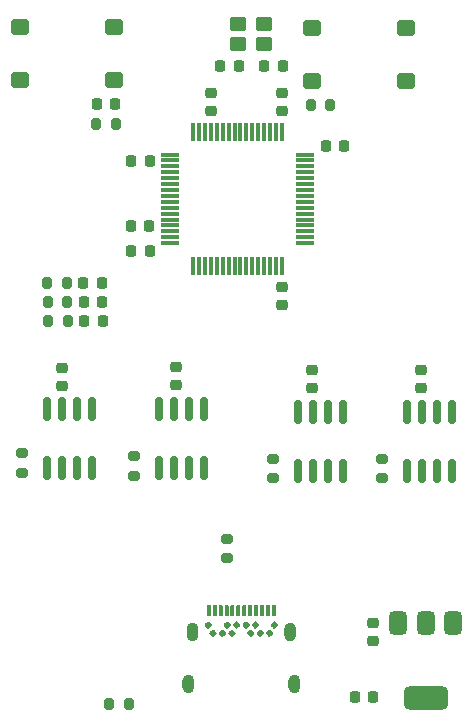
<source format=gbr>
%TF.GenerationSoftware,KiCad,Pcbnew,9.0.4*%
%TF.CreationDate,2025-09-10T15:59:19+03:00*%
%TF.ProjectId,Asius1,41736975-7331-42e6-9b69-6361645f7063,rev?*%
%TF.SameCoordinates,Original*%
%TF.FileFunction,Paste,Top*%
%TF.FilePolarity,Positive*%
%FSLAX46Y46*%
G04 Gerber Fmt 4.6, Leading zero omitted, Abs format (unit mm)*
G04 Created by KiCad (PCBNEW 9.0.4) date 2025-09-10 15:59:19*
%MOMM*%
%LPD*%
G01*
G04 APERTURE LIST*
G04 Aperture macros list*
%AMRoundRect*
0 Rectangle with rounded corners*
0 $1 Rounding radius*
0 $2 $3 $4 $5 $6 $7 $8 $9 X,Y pos of 4 corners*
0 Add a 4 corners polygon primitive as box body*
4,1,4,$2,$3,$4,$5,$6,$7,$8,$9,$2,$3,0*
0 Add four circle primitives for the rounded corners*
1,1,$1+$1,$2,$3*
1,1,$1+$1,$4,$5*
1,1,$1+$1,$6,$7*
1,1,$1+$1,$8,$9*
0 Add four rect primitives between the rounded corners*
20,1,$1+$1,$2,$3,$4,$5,0*
20,1,$1+$1,$4,$5,$6,$7,0*
20,1,$1+$1,$6,$7,$8,$9,0*
20,1,$1+$1,$8,$9,$2,$3,0*%
G04 Aperture macros list end*
%ADD10C,0.300000*%
%ADD11C,0.000000*%
%ADD12R,0.300000X0.900000*%
%ADD13RoundRect,0.200000X-0.200000X-0.275000X0.200000X-0.275000X0.200000X0.275000X-0.200000X0.275000X0*%
%ADD14RoundRect,0.250000X-0.450000X-0.350000X0.450000X-0.350000X0.450000X0.350000X-0.450000X0.350000X0*%
%ADD15RoundRect,0.250000X-0.525000X-0.400000X0.525000X-0.400000X0.525000X0.400000X-0.525000X0.400000X0*%
%ADD16RoundRect,0.200000X0.200000X0.275000X-0.200000X0.275000X-0.200000X-0.275000X0.200000X-0.275000X0*%
%ADD17RoundRect,0.225000X0.250000X-0.225000X0.250000X0.225000X-0.250000X0.225000X-0.250000X-0.225000X0*%
%ADD18RoundRect,0.225000X-0.225000X-0.250000X0.225000X-0.250000X0.225000X0.250000X-0.225000X0.250000X0*%
%ADD19RoundRect,0.225000X0.225000X0.250000X-0.225000X0.250000X-0.225000X-0.250000X0.225000X-0.250000X0*%
%ADD20RoundRect,0.218750X0.218750X0.256250X-0.218750X0.256250X-0.218750X-0.256250X0.218750X-0.256250X0*%
%ADD21RoundRect,0.200000X-0.275000X0.200000X-0.275000X-0.200000X0.275000X-0.200000X0.275000X0.200000X0*%
%ADD22RoundRect,0.200000X0.275000X-0.200000X0.275000X0.200000X-0.275000X0.200000X-0.275000X-0.200000X0*%
%ADD23RoundRect,0.150000X-0.150000X0.825000X-0.150000X-0.825000X0.150000X-0.825000X0.150000X0.825000X0*%
%ADD24RoundRect,0.375000X-0.375000X0.625000X-0.375000X-0.625000X0.375000X-0.625000X0.375000X0.625000X0*%
%ADD25RoundRect,0.500000X-1.400000X0.500000X-1.400000X-0.500000X1.400000X-0.500000X1.400000X0.500000X0*%
%ADD26RoundRect,0.225000X-0.250000X0.225000X-0.250000X-0.225000X0.250000X-0.225000X0.250000X0.225000X0*%
%ADD27RoundRect,0.075000X-0.075000X0.700000X-0.075000X-0.700000X0.075000X-0.700000X0.075000X0.700000X0*%
%ADD28RoundRect,0.075000X-0.700000X0.075000X-0.700000X-0.075000X0.700000X-0.075000X0.700000X0.075000X0*%
G04 APERTURE END LIST*
D10*
%TO.C,USBC1*%
X84400500Y-122809500D02*
G75*
G02*
X84099500Y-122809500I-150500J0D01*
G01*
X84099500Y-122809500D02*
G75*
G02*
X84400500Y-122809500I150500J0D01*
G01*
X84800000Y-123509500D02*
G75*
G02*
X84500000Y-123509500I-150000J0D01*
G01*
X84500000Y-123509500D02*
G75*
G02*
X84800000Y-123509500I150000J0D01*
G01*
X85600000Y-123509500D02*
G75*
G02*
X85300000Y-123509500I-150000J0D01*
G01*
X85300000Y-123509500D02*
G75*
G02*
X85600000Y-123509500I150000J0D01*
G01*
X86000000Y-122809500D02*
G75*
G02*
X85700000Y-122809500I-150000J0D01*
G01*
X85700000Y-122809500D02*
G75*
G02*
X86000000Y-122809500I150000J0D01*
G01*
X86400500Y-123509500D02*
G75*
G02*
X86099500Y-123509500I-150500J0D01*
G01*
X86099500Y-123509500D02*
G75*
G02*
X86400500Y-123509500I150500J0D01*
G01*
X86800000Y-122809500D02*
G75*
G02*
X86500000Y-122809500I-150000J0D01*
G01*
X86500000Y-122809500D02*
G75*
G02*
X86800000Y-122809500I150000J0D01*
G01*
X87600000Y-122809500D02*
G75*
G02*
X87300000Y-122809500I-150000J0D01*
G01*
X87300000Y-122809500D02*
G75*
G02*
X87600000Y-122809500I150000J0D01*
G01*
X88000000Y-123509500D02*
G75*
G02*
X87700000Y-123509500I-150000J0D01*
G01*
X87700000Y-123509500D02*
G75*
G02*
X88000000Y-123509500I150000J0D01*
G01*
X88400500Y-122809500D02*
G75*
G02*
X88099500Y-122809500I-150500J0D01*
G01*
X88099500Y-122809500D02*
G75*
G02*
X88400500Y-122809500I150500J0D01*
G01*
X88800000Y-123509500D02*
G75*
G02*
X88500000Y-123509500I-150000J0D01*
G01*
X88500000Y-123509500D02*
G75*
G02*
X88800000Y-123509500I150000J0D01*
G01*
X89600000Y-123509500D02*
G75*
G02*
X89300000Y-123509500I-150000J0D01*
G01*
X89300000Y-123509500D02*
G75*
G02*
X89600000Y-123509500I150000J0D01*
G01*
X90000000Y-122809500D02*
G75*
G02*
X89700000Y-122809500I-150000J0D01*
G01*
X89700000Y-122809500D02*
G75*
G02*
X90000000Y-122809500I150000J0D01*
G01*
D11*
G36*
X84450000Y-122049500D02*
G01*
X84150000Y-122049500D01*
X84150000Y-121149500D01*
X84450000Y-121149500D01*
X84450000Y-122049500D01*
G37*
G36*
X84950000Y-122049500D02*
G01*
X84650000Y-122049500D01*
X84650000Y-121149500D01*
X84950000Y-121149500D01*
X84950000Y-122049500D01*
G37*
G36*
X85450000Y-122049500D02*
G01*
X85150000Y-122049500D01*
X85150000Y-121149500D01*
X85450000Y-121149500D01*
X85450000Y-122049500D01*
G37*
G36*
X85950000Y-122049500D02*
G01*
X85650000Y-122049500D01*
X85650000Y-121149500D01*
X85950000Y-121149500D01*
X85950000Y-122049500D01*
G37*
G36*
X86450000Y-122049500D02*
G01*
X86150000Y-122049500D01*
X86150000Y-121149500D01*
X86450000Y-121149500D01*
X86450000Y-122049500D01*
G37*
G36*
X86950000Y-122049500D02*
G01*
X86650000Y-122049500D01*
X86650000Y-121149500D01*
X86950000Y-121149500D01*
X86950000Y-122049500D01*
G37*
G36*
X87450000Y-122049500D02*
G01*
X87150000Y-122049500D01*
X87150000Y-121149500D01*
X87450000Y-121149500D01*
X87450000Y-122049500D01*
G37*
G36*
X87950000Y-122049500D02*
G01*
X87650000Y-122049500D01*
X87650000Y-121149500D01*
X87950000Y-121149500D01*
X87950000Y-122049500D01*
G37*
G36*
X88450000Y-122049500D02*
G01*
X88150000Y-122049500D01*
X88150000Y-121149500D01*
X88450000Y-121149500D01*
X88450000Y-122049500D01*
G37*
G36*
X88950000Y-122049500D02*
G01*
X88650000Y-122049500D01*
X88650000Y-121149500D01*
X88950000Y-121149500D01*
X88950000Y-122049500D01*
G37*
G36*
X89450000Y-122049500D02*
G01*
X89150000Y-122049500D01*
X89150000Y-121149500D01*
X89450000Y-121149500D01*
X89450000Y-122049500D01*
G37*
G36*
X89950000Y-122050000D02*
G01*
X89649500Y-122050000D01*
X89649500Y-121150000D01*
X89950000Y-121150000D01*
X89950000Y-122050000D01*
G37*
G36*
X82060000Y-127499500D02*
G01*
X82060000Y-127499500D01*
G75*
G02*
X83060000Y-127499500I500000J0D01*
G01*
X83060000Y-128099500D01*
G75*
G02*
X82060000Y-128099500I-500000J0D01*
G01*
X82060000Y-127499500D01*
G37*
G36*
X82420000Y-123099500D02*
G01*
X82420000Y-123099500D01*
G75*
G02*
X83420000Y-123099500I500000J0D01*
G01*
X83420000Y-123699500D01*
G75*
G02*
X82420000Y-123699500I-500000J0D01*
G01*
X82420000Y-123099500D01*
G37*
G36*
X90680000Y-123099500D02*
G01*
X90680000Y-123099500D01*
G75*
G02*
X91680000Y-123099500I500000J0D01*
G01*
X91680000Y-123699500D01*
G75*
G02*
X90680000Y-123699500I-500000J0D01*
G01*
X90680000Y-123099500D01*
G37*
G36*
X91040000Y-127499500D02*
G01*
X91040000Y-127499500D01*
G75*
G02*
X92040000Y-127499500I500000J0D01*
G01*
X92040000Y-128099500D01*
G75*
G02*
X91040000Y-128099500I-500000J0D01*
G01*
X91040000Y-127499500D01*
G37*
%TD*%
D12*
%TO.C,USBC1*%
X84299500Y-121600000D03*
X84800000Y-121600000D03*
X85300000Y-121600000D03*
X85800000Y-121600000D03*
X86300000Y-121600000D03*
X86800000Y-121600000D03*
X87300000Y-121600000D03*
X87800000Y-121600000D03*
X88300000Y-121600000D03*
X88800000Y-121600000D03*
X89300000Y-121600000D03*
X89800000Y-121600000D03*
%TD*%
D13*
%TO.C,R5*%
X74770000Y-80425000D03*
X76420000Y-80425000D03*
%TD*%
D14*
%TO.C,Y2*%
X86800000Y-73650000D03*
X89000000Y-73650000D03*
X89000000Y-71950000D03*
X86800000Y-71950000D03*
%TD*%
D15*
%TO.C,SW2*%
X68345000Y-72175000D03*
X76305000Y-72175000D03*
X68345000Y-76675000D03*
X76305000Y-76675000D03*
%TD*%
D16*
%TO.C,R8*%
X72325000Y-95475000D03*
X70675000Y-95475000D03*
%TD*%
D17*
%TO.C,C10*%
X81500000Y-102525000D03*
X81500000Y-100975000D03*
%TD*%
D18*
%TO.C,C9*%
X89000000Y-75450000D03*
X90550000Y-75450000D03*
%TD*%
%TO.C,C2*%
X94225000Y-82275000D03*
X95775000Y-82275000D03*
%TD*%
D19*
%TO.C,C4*%
X79275000Y-91125000D03*
X77725000Y-91125000D03*
%TD*%
%TO.C,C18*%
X76345000Y-78675000D03*
X74795000Y-78675000D03*
%TD*%
%TO.C,C6*%
X86825000Y-75450000D03*
X85275000Y-75450000D03*
%TD*%
D20*
%TO.C,D2*%
X75287500Y-95475000D03*
X73712500Y-95475000D03*
%TD*%
D17*
%TO.C,C11*%
X93000000Y-102775000D03*
X93000000Y-101225000D03*
%TD*%
D21*
%TO.C,R9*%
X89750000Y-108750000D03*
X89750000Y-110400000D03*
%TD*%
D22*
%TO.C,R12*%
X85800000Y-117137500D03*
X85800000Y-115487500D03*
%TD*%
D23*
%TO.C,U3*%
X83905000Y-104525000D03*
X82635000Y-104525000D03*
X81365000Y-104525000D03*
X80095000Y-104525000D03*
X80095000Y-109475000D03*
X81365000Y-109475000D03*
X82635000Y-109475000D03*
X83905000Y-109475000D03*
%TD*%
D20*
%TO.C,D4*%
X75318750Y-97100000D03*
X73743750Y-97100000D03*
%TD*%
D16*
%TO.C,R1*%
X72281250Y-93875000D03*
X70631250Y-93875000D03*
%TD*%
D19*
%TO.C,C7*%
X79250000Y-89000000D03*
X77700000Y-89000000D03*
%TD*%
D24*
%TO.C,U5*%
X104950000Y-122650000D03*
X102650000Y-122650000D03*
D25*
X102650000Y-128950000D03*
D24*
X100350000Y-122650000D03*
%TD*%
D26*
%TO.C,C3*%
X90475000Y-94200000D03*
X90475000Y-95750000D03*
%TD*%
D23*
%TO.C,U2*%
X74405000Y-104525000D03*
X73135000Y-104525000D03*
X71865000Y-104525000D03*
X70595000Y-104525000D03*
X70595000Y-109475000D03*
X71865000Y-109475000D03*
X73135000Y-109475000D03*
X74405000Y-109475000D03*
%TD*%
%TO.C,U4*%
X95655000Y-104775000D03*
X94385000Y-104775000D03*
X93115000Y-104775000D03*
X91845000Y-104775000D03*
X91845000Y-109725000D03*
X93115000Y-109725000D03*
X94385000Y-109725000D03*
X95655000Y-109725000D03*
%TD*%
D21*
%TO.C,R7*%
X98990000Y-108750000D03*
X98990000Y-110400000D03*
%TD*%
%TO.C,R11*%
X68500000Y-108275000D03*
X68500000Y-109925000D03*
%TD*%
D17*
%TO.C,C1*%
X84475000Y-79300000D03*
X84475000Y-77750000D03*
%TD*%
%TO.C,C15*%
X71845000Y-102575000D03*
X71845000Y-101025000D03*
%TD*%
%TO.C,C8*%
X90475000Y-79300000D03*
X90475000Y-77750000D03*
%TD*%
D20*
%TO.C,D1*%
X75243750Y-93875000D03*
X73668750Y-93875000D03*
%TD*%
D17*
%TO.C,C12*%
X102240000Y-102775000D03*
X102240000Y-101225000D03*
%TD*%
D27*
%TO.C,U1*%
X90475000Y-81050000D03*
X89975000Y-81050000D03*
X89475000Y-81050000D03*
X88975000Y-81050000D03*
X88475000Y-81050000D03*
X87975000Y-81050000D03*
X87475000Y-81050000D03*
X86975000Y-81050000D03*
X86475000Y-81050000D03*
X85975000Y-81050000D03*
X85475000Y-81050000D03*
X84975000Y-81050000D03*
X84475000Y-81050000D03*
X83975000Y-81050000D03*
X83475000Y-81050000D03*
X82975000Y-81050000D03*
D28*
X81050000Y-82975000D03*
X81050000Y-83475000D03*
X81050000Y-83975000D03*
X81050000Y-84475000D03*
X81050000Y-84975000D03*
X81050000Y-85475000D03*
X81050000Y-85975000D03*
X81050000Y-86475000D03*
X81050000Y-86975000D03*
X81050000Y-87475000D03*
X81050000Y-87975000D03*
X81050000Y-88475000D03*
X81050000Y-88975000D03*
X81050000Y-89475000D03*
X81050000Y-89975000D03*
X81050000Y-90475000D03*
D27*
X82975000Y-92400000D03*
X83475000Y-92400000D03*
X83975000Y-92400000D03*
X84475000Y-92400000D03*
X84975000Y-92400000D03*
X85475000Y-92400000D03*
X85975000Y-92400000D03*
X86475000Y-92400000D03*
X86975000Y-92400000D03*
X87475000Y-92400000D03*
X87975000Y-92400000D03*
X88475000Y-92400000D03*
X88975000Y-92400000D03*
X89475000Y-92400000D03*
X89975000Y-92400000D03*
X90475000Y-92400000D03*
D28*
X92400000Y-90475000D03*
X92400000Y-89975000D03*
X92400000Y-89475000D03*
X92400000Y-88975000D03*
X92400000Y-88475000D03*
X92400000Y-87975000D03*
X92400000Y-87475000D03*
X92400000Y-86975000D03*
X92400000Y-86475000D03*
X92400000Y-85975000D03*
X92400000Y-85475000D03*
X92400000Y-84975000D03*
X92400000Y-84475000D03*
X92400000Y-83975000D03*
X92400000Y-83475000D03*
X92400000Y-82975000D03*
%TD*%
D17*
%TO.C,C13*%
X98225000Y-124200000D03*
X98225000Y-122650000D03*
%TD*%
D23*
%TO.C,U6*%
X104895000Y-104775000D03*
X103625000Y-104775000D03*
X102355000Y-104775000D03*
X101085000Y-104775000D03*
X101085000Y-109725000D03*
X102355000Y-109725000D03*
X103625000Y-109725000D03*
X104895000Y-109725000D03*
%TD*%
D18*
%TO.C,C14*%
X96675000Y-128905000D03*
X98225000Y-128905000D03*
%TD*%
D16*
%TO.C,R13*%
X77500000Y-129500000D03*
X75850000Y-129500000D03*
%TD*%
D19*
%TO.C,C5*%
X79275000Y-83525000D03*
X77725000Y-83525000D03*
%TD*%
D16*
%TO.C,R3*%
X72356250Y-97100000D03*
X70706250Y-97100000D03*
%TD*%
D21*
%TO.C,R10*%
X78000000Y-108500000D03*
X78000000Y-110150000D03*
%TD*%
D13*
%TO.C,R2*%
X92925000Y-78750000D03*
X94575000Y-78750000D03*
%TD*%
D15*
%TO.C,SW1*%
X93000000Y-72250000D03*
X100960000Y-72250000D03*
X93000000Y-76750000D03*
X100960000Y-76750000D03*
%TD*%
M02*

</source>
